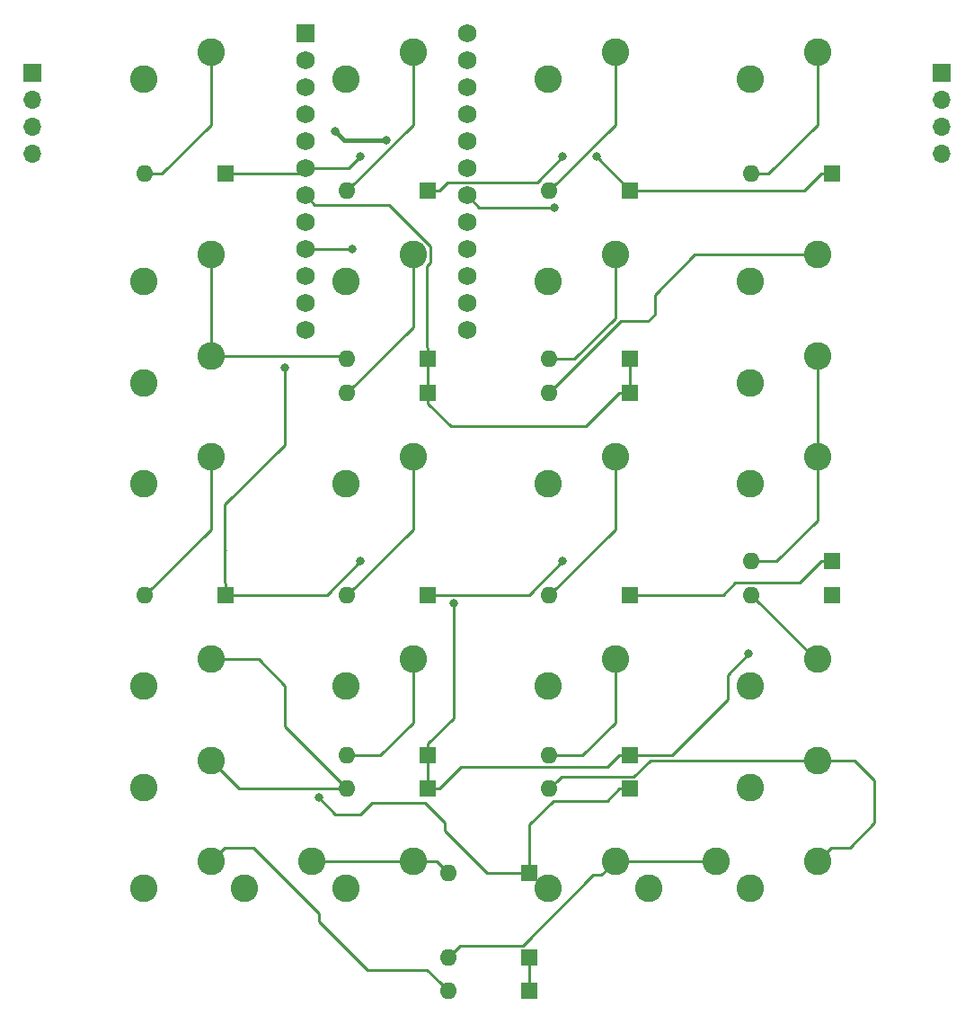
<source format=gbr>
G04 #@! TF.GenerationSoftware,KiCad,Pcbnew,(5.1.4)-1*
G04 #@! TF.CreationDate,2021-01-30T01:06:02-06:00*
G04 #@! TF.ProjectId,65Numpad,36354e75-6d70-4616-942e-6b696361645f,rev?*
G04 #@! TF.SameCoordinates,Original*
G04 #@! TF.FileFunction,Copper,L2,Bot*
G04 #@! TF.FilePolarity,Positive*
%FSLAX46Y46*%
G04 Gerber Fmt 4.6, Leading zero omitted, Abs format (unit mm)*
G04 Created by KiCad (PCBNEW (5.1.4)-1) date 2021-01-30 01:06:02*
%MOMM*%
%LPD*%
G04 APERTURE LIST*
%ADD10R,1.700000X1.700000*%
%ADD11O,1.700000X1.700000*%
%ADD12C,2.600000*%
%ADD13C,1.752600*%
%ADD14R,1.752600X1.752600*%
%ADD15R,1.600000X1.600000*%
%ADD16O,1.600000X1.600000*%
%ADD17C,0.800000*%
%ADD18C,0.254000*%
%ADD19C,0.381000*%
G04 APERTURE END LIST*
D10*
X324643750Y-55562500D03*
D11*
X324643750Y-58102500D03*
X324643750Y-60642500D03*
X324643750Y-63182500D03*
D10*
X410368750Y-55562500D03*
D11*
X410368750Y-58102500D03*
X410368750Y-60642500D03*
X410368750Y-63182500D03*
D12*
X392271250Y-132397500D03*
X398621250Y-129857500D03*
X392271250Y-113347500D03*
X398621250Y-110807500D03*
X354171250Y-75247500D03*
X360521250Y-72707500D03*
X354171250Y-113347500D03*
X360521250Y-110807500D03*
X392271250Y-56197500D03*
X398621250Y-53657500D03*
X373221250Y-75247500D03*
X379571250Y-72707500D03*
X354171250Y-94297500D03*
X360521250Y-91757500D03*
X335121250Y-94297500D03*
X341471250Y-91757500D03*
X373221250Y-113347500D03*
X379571250Y-110807500D03*
X354171250Y-132397500D03*
X360521250Y-129857500D03*
X335121250Y-132397500D03*
X341471250Y-129857500D03*
X392271250Y-75247500D03*
X398621250Y-72707500D03*
X392271250Y-94297500D03*
X398621250Y-91757500D03*
X373221250Y-132397500D03*
X379571250Y-129857500D03*
D13*
X365601250Y-51911250D03*
X350361250Y-79851250D03*
X365601250Y-54451250D03*
X365601250Y-56991250D03*
X365601250Y-59531250D03*
X365601250Y-62071250D03*
X365601250Y-64611250D03*
X365601250Y-67151250D03*
X365601250Y-69691250D03*
X365601250Y-72231250D03*
X365601250Y-74771250D03*
X365601250Y-77311250D03*
X365601250Y-79851250D03*
X350361250Y-77311250D03*
X350361250Y-74771250D03*
X350361250Y-72231250D03*
X350361250Y-69691250D03*
X350361250Y-67151250D03*
X350361250Y-64611250D03*
X350361250Y-62071250D03*
X350361250Y-59531250D03*
X350361250Y-56991250D03*
X350361250Y-54451250D03*
D14*
X350361250Y-51911250D03*
D15*
X381000000Y-123031250D03*
D16*
X373380000Y-123031250D03*
D15*
X371475000Y-138906250D03*
D16*
X363855000Y-138906250D03*
D15*
X371475000Y-142081250D03*
D16*
X363855000Y-142081250D03*
D15*
X361950000Y-123031250D03*
D16*
X354330000Y-123031250D03*
D15*
X400050000Y-101600000D03*
D16*
X392430000Y-101600000D03*
D15*
X381000000Y-85725000D03*
D16*
X373380000Y-85725000D03*
D15*
X371475000Y-130968750D03*
D16*
X363855000Y-130968750D03*
D15*
X381000000Y-104775000D03*
D16*
X373380000Y-104775000D03*
D15*
X381000000Y-119856250D03*
D16*
X373380000Y-119856250D03*
D15*
X361950000Y-82550000D03*
D16*
X354330000Y-82550000D03*
D15*
X400050000Y-65087500D03*
D16*
X392430000Y-65087500D03*
D15*
X381000000Y-82550000D03*
D16*
X373380000Y-82550000D03*
D15*
X361950000Y-104775000D03*
D16*
X354330000Y-104775000D03*
D15*
X342900000Y-104775000D03*
D16*
X335280000Y-104775000D03*
D15*
X381000000Y-66675000D03*
D16*
X373380000Y-66675000D03*
D15*
X361950000Y-119856250D03*
D16*
X354330000Y-119856250D03*
D15*
X361950000Y-66675000D03*
D16*
X354330000Y-66675000D03*
D15*
X400050000Y-104775000D03*
D16*
X392430000Y-104775000D03*
D15*
X361950000Y-85725000D03*
D16*
X354330000Y-85725000D03*
D15*
X342900000Y-65087500D03*
D16*
X335280000Y-65087500D03*
D12*
X354171250Y-56197500D03*
X360521250Y-53657500D03*
X373221250Y-94297500D03*
X379571250Y-91757500D03*
X335121250Y-56197500D03*
X341471250Y-53657500D03*
X335121250Y-75247500D03*
X341471250Y-72707500D03*
X382746250Y-132397500D03*
X389096250Y-129857500D03*
X335121250Y-113347500D03*
X341471250Y-110807500D03*
X344646250Y-132397500D03*
X350996250Y-129857500D03*
X373221250Y-56197500D03*
X379571250Y-53657500D03*
X335121250Y-122872500D03*
X341471250Y-120332500D03*
X335121250Y-84772500D03*
X341471250Y-82232500D03*
X392271250Y-84772500D03*
X398621250Y-82232500D03*
X392271250Y-122872500D03*
X398621250Y-120332500D03*
D17*
X373856250Y-68262500D03*
X357981250Y-61912500D03*
X353218750Y-61118750D03*
X351631250Y-123825000D03*
X354806250Y-72231250D03*
X392117056Y-110326694D03*
X364331250Y-105568750D03*
X374650000Y-101600000D03*
X348456250Y-83343750D03*
X355600000Y-101600000D03*
X355600000Y-63500000D03*
X374650000Y-63500000D03*
X377825000Y-63500000D03*
D18*
X366712500Y-68262500D02*
X365601250Y-67151250D01*
X373856250Y-68262500D02*
X366712500Y-68262500D01*
D19*
X354012500Y-61912500D02*
X357981250Y-61912500D01*
X353218750Y-61118750D02*
X354012500Y-61912500D01*
D18*
X355600000Y-125412500D02*
X356650901Y-124361599D01*
X379946000Y-123031250D02*
X381000000Y-123031250D01*
X371475000Y-138906250D02*
X371475000Y-142081250D01*
X371475000Y-129381250D02*
X371475000Y-126422566D01*
X371475000Y-126422566D02*
X373739315Y-124158251D01*
X373739315Y-124158251D02*
X378818999Y-124158251D01*
X378818999Y-124158251D02*
X379946000Y-123031250D01*
X351631250Y-123825000D02*
X353218750Y-125412500D01*
X353218750Y-125412500D02*
X355600000Y-125412500D01*
X363537500Y-126206250D02*
X361692849Y-124361599D01*
X363537500Y-127000000D02*
X363537500Y-126206250D01*
X356650901Y-124361599D02*
X361692849Y-124361599D01*
X371475000Y-129381250D02*
X371475000Y-130968750D01*
X367506250Y-130968750D02*
X363537500Y-127000000D01*
X371475000Y-130968750D02*
X367506250Y-130968750D01*
X379946000Y-119856250D02*
X381000000Y-119856250D01*
X361950000Y-123031250D02*
X363004000Y-123031250D01*
X378818999Y-120983251D02*
X379946000Y-119856250D01*
X363004000Y-123031250D02*
X365051999Y-120983251D01*
X365051999Y-120983251D02*
X378818999Y-120983251D01*
X361950000Y-123031250D02*
X361950000Y-119856250D01*
X382054000Y-119856250D02*
X381000000Y-119856250D01*
X364331250Y-116421000D02*
X364331250Y-112838538D01*
X361950000Y-119856250D02*
X361950000Y-118802250D01*
X390147151Y-114620283D02*
X384911184Y-119856250D01*
X384911184Y-119856250D02*
X382054000Y-119856250D01*
X390147151Y-112296599D02*
X390147151Y-114620283D01*
X364331250Y-112838538D02*
X364331250Y-105568750D01*
X392117056Y-110326694D02*
X390147151Y-112296599D01*
X361950000Y-118802250D02*
X364331250Y-116421000D01*
X354806250Y-72231250D02*
X350361250Y-72231250D01*
X389731250Y-104775000D02*
X390858251Y-103647999D01*
X396948001Y-103647999D02*
X398996000Y-101600000D01*
X398996000Y-101600000D02*
X400050000Y-101600000D01*
X390858251Y-103647999D02*
X396948001Y-103647999D01*
X342900000Y-103721000D02*
X342900000Y-104775000D01*
X342900000Y-104775000D02*
X352425000Y-104775000D01*
X381000000Y-104775000D02*
X389731250Y-104775000D01*
X352425000Y-104775000D02*
X355600000Y-101600000D01*
X342809249Y-103630249D02*
X342900000Y-103721000D01*
X342809249Y-96260539D02*
X342809249Y-103630249D01*
X348456250Y-90613538D02*
X342809249Y-96260539D01*
X342900000Y-100546000D02*
X342809249Y-100455249D01*
X361950000Y-104775000D02*
X371475000Y-104775000D01*
X371475000Y-104775000D02*
X374650000Y-101600000D01*
X348456250Y-83343750D02*
X348456250Y-90613538D01*
X361950000Y-85725000D02*
X361950000Y-86779000D01*
X361950000Y-86779000D02*
X364071000Y-88900000D01*
X364071000Y-88900000D02*
X376771000Y-88900000D01*
X376771000Y-88900000D02*
X379946000Y-85725000D01*
X379946000Y-85725000D02*
X381000000Y-85725000D01*
X381000000Y-82550000D02*
X381000000Y-83604000D01*
X381000000Y-83604000D02*
X381000000Y-85725000D01*
X361950000Y-85725000D02*
X361950000Y-84671000D01*
X362148251Y-71926539D02*
X358249261Y-68027549D01*
X361859249Y-81405249D02*
X361859249Y-73777463D01*
X361950000Y-81496000D02*
X361859249Y-81405249D01*
X358249261Y-68027549D02*
X351237549Y-68027549D01*
X351237549Y-68027549D02*
X350361250Y-67151250D01*
X362148251Y-73488461D02*
X362148251Y-71926539D01*
X361859249Y-73777463D02*
X362148251Y-73488461D01*
X361950000Y-82550000D02*
X361950000Y-81496000D01*
X361950000Y-84671000D02*
X361950000Y-82550000D01*
X398996000Y-65087500D02*
X400050000Y-65087500D01*
X381000000Y-66675000D02*
X397408500Y-66675000D01*
X397408500Y-66675000D02*
X398996000Y-65087500D01*
X342900000Y-65087500D02*
X349885000Y-65087500D01*
X349885000Y-65087500D02*
X350361250Y-64611250D01*
X377825000Y-63500000D02*
X381000000Y-66675000D01*
X354488750Y-64611250D02*
X355600000Y-63500000D01*
X372202051Y-65947949D02*
X374650000Y-63500000D01*
X363731051Y-65947949D02*
X372202051Y-65947949D01*
X350361250Y-64611250D02*
X354488750Y-64611250D01*
X363004000Y-66675000D02*
X363731051Y-65947949D01*
X361950000Y-66675000D02*
X363004000Y-66675000D01*
X379571250Y-60483750D02*
X373380000Y-66675000D01*
X379571250Y-53657500D02*
X379571250Y-60483750D01*
X341471250Y-60483750D02*
X336867500Y-65087500D01*
X336867500Y-65087500D02*
X335280000Y-65087500D01*
X341471250Y-53657500D02*
X341471250Y-60483750D01*
X360521250Y-53657500D02*
X360521250Y-60483750D01*
X360521250Y-60483750D02*
X354330000Y-66675000D01*
X398621250Y-60483750D02*
X394017500Y-65087500D01*
X394017500Y-65087500D02*
X392430000Y-65087500D01*
X398621250Y-53657500D02*
X398621250Y-60483750D01*
X354330000Y-85725000D02*
X360521250Y-79533750D01*
X360521250Y-79533750D02*
X360521250Y-72707500D01*
X379571250Y-72707500D02*
X379571250Y-78691462D01*
X374511370Y-82550000D02*
X373380000Y-82550000D01*
X375712712Y-82550000D02*
X374511370Y-82550000D01*
X379571250Y-78691462D02*
X375712712Y-82550000D01*
X341471250Y-98583750D02*
X335280000Y-104775000D01*
X341471250Y-91757500D02*
X341471250Y-98583750D01*
X360521250Y-91757500D02*
X360521250Y-98583750D01*
X360521250Y-98583750D02*
X354330000Y-104775000D01*
X379571250Y-98583750D02*
X373380000Y-104775000D01*
X379571250Y-91757500D02*
X379571250Y-98583750D01*
X398621250Y-84070977D02*
X398621250Y-91757500D01*
X398621250Y-91757500D02*
X398621250Y-97741462D01*
X398621250Y-97741462D02*
X394762712Y-101600000D01*
X398621250Y-82232500D02*
X398621250Y-84070977D01*
X394762712Y-101600000D02*
X392430000Y-101600000D01*
X360521250Y-110807500D02*
X360521250Y-116791462D01*
X357456462Y-119856250D02*
X355461370Y-119856250D01*
X360521250Y-116791462D02*
X357456462Y-119856250D01*
X355461370Y-119856250D02*
X354330000Y-119856250D01*
X376506462Y-119856250D02*
X374511370Y-119856250D01*
X379571250Y-116791462D02*
X376506462Y-119856250D01*
X379571250Y-110807500D02*
X379571250Y-116791462D01*
X374511370Y-119856250D02*
X373380000Y-119856250D01*
X351699249Y-135514461D02*
X356256287Y-140071499D01*
X351699249Y-134745565D02*
X351699249Y-135514461D01*
X341471250Y-129857500D02*
X342771249Y-128557501D01*
X356256287Y-140071499D02*
X361845249Y-140071499D01*
X342771249Y-128557501D02*
X345511185Y-128557501D01*
X345511185Y-128557501D02*
X351699249Y-134745565D01*
X361845249Y-140071499D02*
X363055001Y-141281251D01*
X363055001Y-141281251D02*
X363855000Y-142081250D01*
X398621250Y-129857500D02*
X399921249Y-128557501D01*
X374179999Y-122231251D02*
X373380000Y-123031250D01*
X402113750Y-120332500D02*
X398621250Y-120332500D01*
X381333251Y-121904249D02*
X374507001Y-121904249D01*
X399921249Y-128557501D02*
X401667499Y-128557501D01*
X404018750Y-122237500D02*
X402113750Y-120332500D01*
X401667499Y-128557501D02*
X404018750Y-126206250D01*
X404018750Y-126206250D02*
X404018750Y-122237500D01*
X398621250Y-120332500D02*
X382905000Y-120332500D01*
X374507001Y-121904249D02*
X374179999Y-122231251D01*
X382905000Y-120332500D02*
X381333251Y-121904249D01*
X350996250Y-129857500D02*
X360521250Y-129857500D01*
X362743750Y-129857500D02*
X363855000Y-130968750D01*
X360521250Y-129857500D02*
X362743750Y-129857500D01*
X348456250Y-117157500D02*
X354330000Y-123031250D01*
X341471250Y-110807500D02*
X345956982Y-110807500D01*
X345956982Y-110807500D02*
X348456250Y-113306768D01*
X344170000Y-123031250D02*
X354330000Y-123031250D01*
X341471250Y-120332500D02*
X344170000Y-123031250D01*
X348456250Y-113306768D02*
X348456250Y-117157500D01*
X341471250Y-72707500D02*
X341471250Y-77026462D01*
X341471250Y-82232500D02*
X354012500Y-82232500D01*
X341471250Y-72707500D02*
X341471250Y-74545977D01*
X354012500Y-82232500D02*
X354330000Y-82550000D01*
X341471250Y-74545977D02*
X341471250Y-82232500D01*
X389096250Y-129857500D02*
X379571250Y-129857500D01*
X378271251Y-131157499D02*
X379571250Y-129857500D01*
X377510213Y-131157499D02*
X378271251Y-131157499D01*
X370888463Y-137779249D02*
X377510213Y-131157499D01*
X364982001Y-137779249D02*
X370888463Y-137779249D01*
X363855000Y-138906250D02*
X364982001Y-137779249D01*
X380115499Y-78989501D02*
X374179999Y-84925001D01*
X398621250Y-72707500D02*
X387090066Y-72707500D01*
X383313251Y-76484315D02*
X383313251Y-78364461D01*
X374179999Y-84925001D02*
X373380000Y-85725000D01*
X382688211Y-78989501D02*
X380115499Y-78989501D01*
X383313251Y-78364461D02*
X382688211Y-78989501D01*
X387090066Y-72707500D02*
X383313251Y-76484315D01*
X392430000Y-104775000D02*
X398462500Y-110807500D01*
X398462500Y-110807500D02*
X398621250Y-110807500D01*
M02*

</source>
